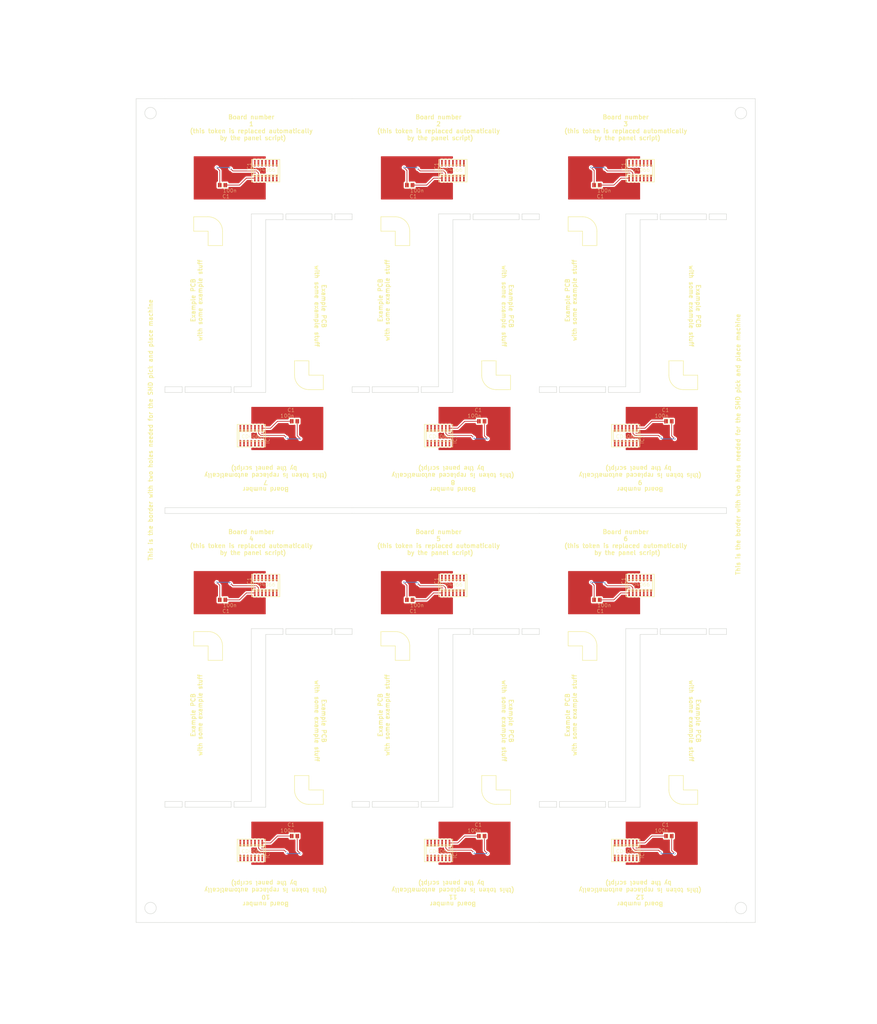
<source format=kicad_pcb>
(kicad_pcb (version 4) (host pcbnew no-vcs-found-product)
  (layers (0 F.Cu signal) (31 B.Cu signal) (34 B.Paste user) (35 F.Paste user) (36 B.SilkS user) (37 F.SilkS user) (38 B.Mask user) (39 F.Mask user) (44 Edge.Cuts user))
  (net 0 "")
  (module ref-packages:-SO14 (layer F.Cu) (at 210 311 180)
    (fp_text reference IC1 (at -5.715 -1.27 270) (layer F.SilkS) (effects (font (size 1.27 1.27) (thickness 0.0889))))
    (fp_text value CD4066 (at -0.3 -0.3 180) (layer F.SilkS) (effects (font (size 1.27 1.27) (thickness 0.0889))))
    (pad 1 smd rect (at -3.81 2.59842 180) (size 0.59944 2.19964) (layers F.Cu F.Paste F.Mask))
    (pad 2 smd rect (at -2.54 2.59842 180) (size 0.59944 2.19964) (layers F.Cu F.Paste F.Mask))
    (pad 3 smd rect (at -1.27 2.59842 180) (size 0.59944 2.19964) (layers F.Cu F.Paste F.Mask))
    (pad 4 smd rect (at 0 2.59842 180) (size 0.59944 2.19964) (layers F.Cu F.Paste F.Mask))
    (pad 5 smd rect (at 1.27 2.59842 180) (size 0.59944 2.19964) (layers F.Cu F.Paste F.Mask))
    (pad 6 smd rect (at 2.54 2.59842 180) (size 0.59944 2.19964) (layers F.Cu F.Paste F.Mask))
    (pad 7 smd rect (at 3.81 2.59842 180) (size 0.59944 2.19964) (layers F.Cu F.Paste F.Mask))
    (pad 8 smd rect (at 3.81 -2.59842 180) (size 0.59944 2.19964) (layers F.Cu F.Paste F.Mask))
    (pad 9 smd rect (at 2.54 -2.59842 180) (size 0.59944 2.19964) (layers F.Cu F.Paste F.Mask))
    (pad 10 smd rect (at 1.27 -2.59842 180) (size 0.59944 2.19964) (layers F.Cu F.Paste F.Mask))
    (pad 11 smd rect (at 0 -2.59842 180) (size 0.59944 2.19964) (layers F.Cu F.Paste F.Mask))
    (pad 12 smd rect (at -1.27 -2.59842 180) (size 0.59944 2.19964) (layers F.Cu F.Paste F.Mask))
    (pad 13 smd rect (at -2.54 -2.59842 180) (size 0.59944 2.19964) (layers F.Cu F.Paste F.Mask))
    (pad 14 smd rect (at -3.81 -2.59842 180) (size 0.59944 2.19964) (layers F.Cu F.Paste F.Mask))
  )
  (module ref-packages:-C0805 (layer F.Cu) (at 225 306 180)
    (fp_text reference C1 (at 1.2 3.9 180) (layer F.SilkS) (effects (font (size 1.27 1.27) (thickness 0.0889))))
    (fp_text value 100n (at 2.54 1.905 180) (layer F.SilkS) (effects (font (size 1.27 1.27) (thickness 0.0889))))
    (pad 1 smd rect (at -0.94996 0 180) (size 1.29794 1.4986) (layers F.Cu F.Paste F.Mask))
    (pad 2 smd rect (at 0.94996 0 180) (size 1.29794 1.4986) (layers F.Cu F.Paste F.Mask))
  )
  (module ref-packages:-SO14 (layer F.Cu) (at 145 311 180)
    (fp_text reference IC1 (at -5.715 -1.27 270) (layer F.SilkS) (effects (font (size 1.27 1.27) (thickness 0.0889))))
    (fp_text value CD4066 (at -0.3 -0.3 180) (layer F.SilkS) (effects (font (size 1.27 1.27) (thickness 0.0889))))
    (pad 1 smd rect (at -3.81 2.59842 180) (size 0.59944 2.19964) (layers F.Cu F.Paste F.Mask))
    (pad 2 smd rect (at -2.54 2.59842 180) (size 0.59944 2.19964) (layers F.Cu F.Paste F.Mask))
    (pad 3 smd rect (at -1.27 2.59842 180) (size 0.59944 2.19964) (layers F.Cu F.Paste F.Mask))
    (pad 4 smd rect (at 0 2.59842 180) (size 0.59944 2.19964) (layers F.Cu F.Paste F.Mask))
    (pad 5 smd rect (at 1.27 2.59842 180) (size 0.59944 2.19964) (layers F.Cu F.Paste F.Mask))
    (pad 6 smd rect (at 2.54 2.59842 180) (size 0.59944 2.19964) (layers F.Cu F.Paste F.Mask))
    (pad 7 smd rect (at 3.81 2.59842 180) (size 0.59944 2.19964) (layers F.Cu F.Paste F.Mask))
    (pad 8 smd rect (at 3.81 -2.59842 180) (size 0.59944 2.19964) (layers F.Cu F.Paste F.Mask))
    (pad 9 smd rect (at 2.54 -2.59842 180) (size 0.59944 2.19964) (layers F.Cu F.Paste F.Mask))
    (pad 10 smd rect (at 1.27 -2.59842 180) (size 0.59944 2.19964) (layers F.Cu F.Paste F.Mask))
    (pad 11 smd rect (at 0 -2.59842 180) (size 0.59944 2.19964) (layers F.Cu F.Paste F.Mask))
    (pad 12 smd rect (at -1.27 -2.59842 180) (size 0.59944 2.19964) (layers F.Cu F.Paste F.Mask))
    (pad 13 smd rect (at -2.54 -2.59842 180) (size 0.59944 2.19964) (layers F.Cu F.Paste F.Mask))
    (pad 14 smd rect (at -3.81 -2.59842 180) (size 0.59944 2.19964) (layers F.Cu F.Paste F.Mask))
  )
  (module ref-packages:-C0805 (layer F.Cu) (at 160 306 180)
    (fp_text reference C1 (at 1.2 3.9 180) (layer F.SilkS) (effects (font (size 1.27 1.27) (thickness 0.0889))))
    (fp_text value 100n (at 2.54 1.905 180) (layer F.SilkS) (effects (font (size 1.27 1.27) (thickness 0.0889))))
    (pad 1 smd rect (at -0.94996 0 180) (size 1.29794 1.4986) (layers F.Cu F.Paste F.Mask))
    (pad 2 smd rect (at 0.94996 0 180) (size 1.29794 1.4986) (layers F.Cu F.Paste F.Mask))
  )
  (module ref-packages:-SO14 (layer F.Cu) (at 80 311 180)
    (fp_text reference IC1 (at -5.715 -1.27 270) (layer F.SilkS) (effects (font (size 1.27 1.27) (thickness 0.0889))))
    (fp_text value CD4066 (at -0.3 -0.3 180) (layer F.SilkS) (effects (font (size 1.27 1.27) (thickness 0.0889))))
    (pad 1 smd rect (at -3.81 2.59842 180) (size 0.59944 2.19964) (layers F.Cu F.Paste F.Mask))
    (pad 2 smd rect (at -2.54 2.59842 180) (size 0.59944 2.19964) (layers F.Cu F.Paste F.Mask))
    (pad 3 smd rect (at -1.27 2.59842 180) (size 0.59944 2.19964) (layers F.Cu F.Paste F.Mask))
    (pad 4 smd rect (at 0 2.59842 180) (size 0.59944 2.19964) (layers F.Cu F.Paste F.Mask))
    (pad 5 smd rect (at 1.27 2.59842 180) (size 0.59944 2.19964) (layers F.Cu F.Paste F.Mask))
    (pad 6 smd rect (at 2.54 2.59842 180) (size 0.59944 2.19964) (layers F.Cu F.Paste F.Mask))
    (pad 7 smd rect (at 3.81 2.59842 180) (size 0.59944 2.19964) (layers F.Cu F.Paste F.Mask))
    (pad 8 smd rect (at 3.81 -2.59842 180) (size 0.59944 2.19964) (layers F.Cu F.Paste F.Mask))
    (pad 9 smd rect (at 2.54 -2.59842 180) (size 0.59944 2.19964) (layers F.Cu F.Paste F.Mask))
    (pad 10 smd rect (at 1.27 -2.59842 180) (size 0.59944 2.19964) (layers F.Cu F.Paste F.Mask))
    (pad 11 smd rect (at 0 -2.59842 180) (size 0.59944 2.19964) (layers F.Cu F.Paste F.Mask))
    (pad 12 smd rect (at -1.27 -2.59842 180) (size 0.59944 2.19964) (layers F.Cu F.Paste F.Mask))
    (pad 13 smd rect (at -2.54 -2.59842 180) (size 0.59944 2.19964) (layers F.Cu F.Paste F.Mask))
    (pad 14 smd rect (at -3.81 -2.59842 180) (size 0.59944 2.19964) (layers F.Cu F.Paste F.Mask))
  )
  (module ref-packages:-C0805 (layer F.Cu) (at 95 306 180)
    (fp_text reference C1 (at 1.2 3.9 180) (layer F.SilkS) (effects (font (size 1.27 1.27) (thickness 0.0889))))
    (fp_text value 100n (at 2.54 1.905 180) (layer F.SilkS) (effects (font (size 1.27 1.27) (thickness 0.0889))))
    (pad 1 smd rect (at -0.94996 0 180) (size 1.29794 1.4986) (layers F.Cu F.Paste F.Mask))
    (pad 2 smd rect (at 0.94996 0 180) (size 1.29794 1.4986) (layers F.Cu F.Paste F.Mask))
  )
  (module ref-packages:-SO14 (layer F.Cu) (at 210 167 180)
    (fp_text reference IC1 (at -5.715 -1.27 270) (layer F.SilkS) (effects (font (size 1.27 1.27) (thickness 0.0889))))
    (fp_text value CD4066 (at -0.3 -0.3 180) (layer F.SilkS) (effects (font (size 1.27 1.27) (thickness 0.0889))))
    (pad 1 smd rect (at -3.81 2.59842 180) (size 0.59944 2.19964) (layers F.Cu F.Paste F.Mask))
    (pad 2 smd rect (at -2.54 2.59842 180) (size 0.59944 2.19964) (layers F.Cu F.Paste F.Mask))
    (pad 3 smd rect (at -1.27 2.59842 180) (size 0.59944 2.19964) (layers F.Cu F.Paste F.Mask))
    (pad 4 smd rect (at 0 2.59842 180) (size 0.59944 2.19964) (layers F.Cu F.Paste F.Mask))
    (pad 5 smd rect (at 1.27 2.59842 180) (size 0.59944 2.19964) (layers F.Cu F.Paste F.Mask))
    (pad 6 smd rect (at 2.54 2.59842 180) (size 0.59944 2.19964) (layers F.Cu F.Paste F.Mask))
    (pad 7 smd rect (at 3.81 2.59842 180) (size 0.59944 2.19964) (layers F.Cu F.Paste F.Mask))
    (pad 8 smd rect (at 3.81 -2.59842 180) (size 0.59944 2.19964) (layers F.Cu F.Paste F.Mask))
    (pad 9 smd rect (at 2.54 -2.59842 180) (size 0.59944 2.19964) (layers F.Cu F.Paste F.Mask))
    (pad 10 smd rect (at 1.27 -2.59842 180) (size 0.59944 2.19964) (layers F.Cu F.Paste F.Mask))
    (pad 11 smd rect (at 0 -2.59842 180) (size 0.59944 2.19964) (layers F.Cu F.Paste F.Mask))
    (pad 12 smd rect (at -1.27 -2.59842 180) (size 0.59944 2.19964) (layers F.Cu F.Paste F.Mask))
    (pad 13 smd rect (at -2.54 -2.59842 180) (size 0.59944 2.19964) (layers F.Cu F.Paste F.Mask))
    (pad 14 smd rect (at -3.81 -2.59842 180) (size 0.59944 2.19964) (layers F.Cu F.Paste F.Mask))
  )
  (module ref-packages:-C0805 (layer F.Cu) (at 225 162 180)
    (fp_text reference C1 (at 1.2 3.9 180) (layer F.SilkS) (effects (font (size 1.27 1.27) (thickness 0.0889))))
    (fp_text value 100n (at 2.54 1.905 180) (layer F.SilkS) (effects (font (size 1.27 1.27) (thickness 0.0889))))
    (pad 1 smd rect (at -0.94996 0 180) (size 1.29794 1.4986) (layers F.Cu F.Paste F.Mask))
    (pad 2 smd rect (at 0.94996 0 180) (size 1.29794 1.4986) (layers F.Cu F.Paste F.Mask))
  )
  (module ref-packages:-SO14 (layer F.Cu) (at 145 167 180)
    (fp_text reference IC1 (at -5.715 -1.27 270) (layer F.SilkS) (effects (font (size 1.27 1.27) (thickness 0.0889))))
    (fp_text value CD4066 (at -0.3 -0.3 180) (layer F.SilkS) (effects (font (size 1.27 1.27) (thickness 0.0889))))
    (pad 1 smd rect (at -3.81 2.59842 180) (size 0.59944 2.19964) (layers F.Cu F.Paste F.Mask))
    (pad 2 smd rect (at -2.54 2.59842 180) (size 0.59944 2.19964) (layers F.Cu F.Paste F.Mask))
    (pad 3 smd rect (at -1.27 2.59842 180) (size 0.59944 2.19964) (layers F.Cu F.Paste F.Mask))
    (pad 4 smd rect (at 0 2.59842 180) (size 0.59944 2.19964) (layers F.Cu F.Paste F.Mask))
    (pad 5 smd rect (at 1.27 2.59842 180) (size 0.59944 2.19964) (layers F.Cu F.Paste F.Mask))
    (pad 6 smd rect (at 2.54 2.59842 180) (size 0.59944 2.19964) (layers F.Cu F.Paste F.Mask))
    (pad 7 smd rect (at 3.81 2.59842 180) (size 0.59944 2.19964) (layers F.Cu F.Paste F.Mask))
    (pad 8 smd rect (at 3.81 -2.59842 180) (size 0.59944 2.19964) (layers F.Cu F.Paste F.Mask))
    (pad 9 smd rect (at 2.54 -2.59842 180) (size 0.59944 2.19964) (layers F.Cu F.Paste F.Mask))
    (pad 10 smd rect (at 1.27 -2.59842 180) (size 0.59944 2.19964) (layers F.Cu F.Paste F.Mask))
    (pad 11 smd rect (at 0 -2.59842 180) (size 0.59944 2.19964) (layers F.Cu F.Paste F.Mask))
    (pad 12 smd rect (at -1.27 -2.59842 180) (size 0.59944 2.19964) (layers F.Cu F.Paste F.Mask))
    (pad 13 smd rect (at -2.54 -2.59842 180) (size 0.59944 2.19964) (layers F.Cu F.Paste F.Mask))
    (pad 14 smd rect (at -3.81 -2.59842 180) (size 0.59944 2.19964) (layers F.Cu F.Paste F.Mask))
  )
  (module ref-packages:-C0805 (layer F.Cu) (at 160 162 180)
    (fp_text reference C1 (at 1.2 3.9 180) (layer F.SilkS) (effects (font (size 1.27 1.27) (thickness 0.0889))))
    (fp_text value 100n (at 2.54 1.905 180) (layer F.SilkS) (effects (font (size 1.27 1.27) (thickness 0.0889))))
    (pad 1 smd rect (at -0.94996 0 180) (size 1.29794 1.4986) (layers F.Cu F.Paste F.Mask))
    (pad 2 smd rect (at 0.94996 0 180) (size 1.29794 1.4986) (layers F.Cu F.Paste F.Mask))
  )
  (module ref-packages:-SO14 (layer F.Cu) (at 80 167 180)
    (fp_text reference IC1 (at -5.715 -1.27 270) (layer F.SilkS) (effects (font (size 1.27 1.27) (thickness 0.0889))))
    (fp_text value CD4066 (at -0.3 -0.3 180) (layer F.SilkS) (effects (font (size 1.27 1.27) (thickness 0.0889))))
    (pad 1 smd rect (at -3.81 2.59842 180) (size 0.59944 2.19964) (layers F.Cu F.Paste F.Mask))
    (pad 2 smd rect (at -2.54 2.59842 180) (size 0.59944 2.19964) (layers F.Cu F.Paste F.Mask))
    (pad 3 smd rect (at -1.27 2.59842 180) (size 0.59944 2.19964) (layers F.Cu F.Paste F.Mask))
    (pad 4 smd rect (at 0 2.59842 180) (size 0.59944 2.19964) (layers F.Cu F.Paste F.Mask))
    (pad 5 smd rect (at 1.27 2.59842 180) (size 0.59944 2.19964) (layers F.Cu F.Paste F.Mask))
    (pad 6 smd rect (at 2.54 2.59842 180) (size 0.59944 2.19964) (layers F.Cu F.Paste F.Mask))
    (pad 7 smd rect (at 3.81 2.59842 180) (size 0.59944 2.19964) (layers F.Cu F.Paste F.Mask))
    (pad 8 smd rect (at 3.81 -2.59842 180) (size 0.59944 2.19964) (layers F.Cu F.Paste F.Mask))
    (pad 9 smd rect (at 2.54 -2.59842 180) (size 0.59944 2.19964) (layers F.Cu F.Paste F.Mask))
    (pad 10 smd rect (at 1.27 -2.59842 180) (size 0.59944 2.19964) (layers F.Cu F.Paste F.Mask))
    (pad 11 smd rect (at 0 -2.59842 180) (size 0.59944 2.19964) (layers F.Cu F.Paste F.Mask))
    (pad 12 smd rect (at -1.27 -2.59842 180) (size 0.59944 2.19964) (layers F.Cu F.Paste F.Mask))
    (pad 13 smd rect (at -2.54 -2.59842 180) (size 0.59944 2.19964) (layers F.Cu F.Paste F.Mask))
    (pad 14 smd rect (at -3.81 -2.59842 180) (size 0.59944 2.19964) (layers F.Cu F.Paste F.Mask))
  )
  (module ref-packages:-C0805 (layer F.Cu) (at 95 162 180)
    (fp_text reference C1 (at 1.2 3.9 180) (layer F.SilkS) (effects (font (size 1.27 1.27) (thickness 0.0889))))
    (fp_text value 100n (at 2.54 1.905 180) (layer F.SilkS) (effects (font (size 1.27 1.27) (thickness 0.0889))))
    (pad 1 smd rect (at -0.94996 0 180) (size 1.29794 1.4986) (layers F.Cu F.Paste F.Mask))
    (pad 2 smd rect (at 0.94996 0 180) (size 1.29794 1.4986) (layers F.Cu F.Paste F.Mask))
  )
  (module ref-packages:-SO14 (layer F.Cu) (at 215 219)
    (fp_text reference IC1 (at -5.715 -1.27 90) (layer F.SilkS) (effects (font (size 1.27 1.27) (thickness 0.0889))))
    (fp_text value CD4066 (at -0.3 -0.3) (layer F.SilkS) (effects (font (size 1.27 1.27) (thickness 0.0889))))
    (pad 1 smd rect (at -3.81 2.59842) (size 0.59944 2.19964) (layers F.Cu F.Paste F.Mask))
    (pad 2 smd rect (at -2.54 2.59842) (size 0.59944 2.19964) (layers F.Cu F.Paste F.Mask))
    (pad 3 smd rect (at -1.27 2.59842) (size 0.59944 2.19964) (layers F.Cu F.Paste F.Mask))
    (pad 4 smd rect (at 0 2.59842) (size 0.59944 2.19964) (layers F.Cu F.Paste F.Mask))
    (pad 5 smd rect (at 1.27 2.59842) (size 0.59944 2.19964) (layers F.Cu F.Paste F.Mask))
    (pad 6 smd rect (at 2.54 2.59842) (size 0.59944 2.19964) (layers F.Cu F.Paste F.Mask))
    (pad 7 smd rect (at 3.81 2.59842) (size 0.59944 2.19964) (layers F.Cu F.Paste F.Mask))
    (pad 8 smd rect (at 3.81 -2.59842) (size 0.59944 2.19964) (layers F.Cu F.Paste F.Mask))
    (pad 9 smd rect (at 2.54 -2.59842) (size 0.59944 2.19964) (layers F.Cu F.Paste F.Mask))
    (pad 10 smd rect (at 1.27 -2.59842) (size 0.59944 2.19964) (layers F.Cu F.Paste F.Mask))
    (pad 11 smd rect (at 0 -2.59842) (size 0.59944 2.19964) (layers F.Cu F.Paste F.Mask))
    (pad 12 smd rect (at -1.27 -2.59842) (size 0.59944 2.19964) (layers F.Cu F.Paste F.Mask))
    (pad 13 smd rect (at -2.54 -2.59842) (size 0.59944 2.19964) (layers F.Cu F.Paste F.Mask))
    (pad 14 smd rect (at -3.81 -2.59842) (size 0.59944 2.19964) (layers F.Cu F.Paste F.Mask))
  )
  (module ref-packages:-C0805 (layer F.Cu) (at 200 224)
    (fp_text reference C1 (at 1.2 3.9) (layer F.SilkS) (effects (font (size 1.27 1.27) (thickness 0.0889))))
    (fp_text value 100n (at 2.54 1.905) (layer F.SilkS) (effects (font (size 1.27 1.27) (thickness 0.0889))))
    (pad 1 smd rect (at -0.94996 0) (size 1.29794 1.4986) (layers F.Cu F.Paste F.Mask))
    (pad 2 smd rect (at 0.94996 0) (size 1.29794 1.4986) (layers F.Cu F.Paste F.Mask))
  )
  (module ref-packages:-SO14 (layer F.Cu) (at 150 219)
    (fp_text reference IC1 (at -5.715 -1.27 90) (layer F.SilkS) (effects (font (size 1.27 1.27) (thickness 0.0889))))
    (fp_text value CD4066 (at -0.3 -0.3) (layer F.SilkS) (effects (font (size 1.27 1.27) (thickness 0.0889))))
    (pad 1 smd rect (at -3.81 2.59842) (size 0.59944 2.19964) (layers F.Cu F.Paste F.Mask))
    (pad 2 smd rect (at -2.54 2.59842) (size 0.59944 2.19964) (layers F.Cu F.Paste F.Mask))
    (pad 3 smd rect (at -1.27 2.59842) (size 0.59944 2.19964) (layers F.Cu F.Paste F.Mask))
    (pad 4 smd rect (at 0 2.59842) (size 0.59944 2.19964) (layers F.Cu F.Paste F.Mask))
    (pad 5 smd rect (at 1.27 2.59842) (size 0.59944 2.19964) (layers F.Cu F.Paste F.Mask))
    (pad 6 smd rect (at 2.54 2.59842) (size 0.59944 2.19964) (layers F.Cu F.Paste F.Mask))
    (pad 7 smd rect (at 3.81 2.59842) (size 0.59944 2.19964) (layers F.Cu F.Paste F.Mask))
    (pad 8 smd rect (at 3.81 -2.59842) (size 0.59944 2.19964) (layers F.Cu F.Paste F.Mask))
    (pad 9 smd rect (at 2.54 -2.59842) (size 0.59944 2.19964) (layers F.Cu F.Paste F.Mask))
    (pad 10 smd rect (at 1.27 -2.59842) (size 0.59944 2.19964) (layers F.Cu F.Paste F.Mask))
    (pad 11 smd rect (at 0 -2.59842) (size 0.59944 2.19964) (layers F.Cu F.Paste F.Mask))
    (pad 12 smd rect (at -1.27 -2.59842) (size 0.59944 2.19964) (layers F.Cu F.Paste F.Mask))
    (pad 13 smd rect (at -2.54 -2.59842) (size 0.59944 2.19964) (layers F.Cu F.Paste F.Mask))
    (pad 14 smd rect (at -3.81 -2.59842) (size 0.59944 2.19964) (layers F.Cu F.Paste F.Mask))
  )
  (module ref-packages:-C0805 (layer F.Cu) (at 135 224)
    (fp_text reference C1 (at 1.2 3.9) (layer F.SilkS) (effects (font (size 1.27 1.27) (thickness 0.0889))))
    (fp_text value 100n (at 2.54 1.905) (layer F.SilkS) (effects (font (size 1.27 1.27) (thickness 0.0889))))
    (pad 1 smd rect (at -0.94996 0) (size 1.29794 1.4986) (layers F.Cu F.Paste F.Mask))
    (pad 2 smd rect (at 0.94996 0) (size 1.29794 1.4986) (layers F.Cu F.Paste F.Mask))
  )
  (module ref-packages:-SO14 (layer F.Cu) (at 85 219)
    (fp_text reference IC1 (at -5.715 -1.27 90) (layer F.SilkS) (effects (font (size 1.27 1.27) (thickness 0.0889))))
    (fp_text value CD4066 (at -0.3 -0.3) (layer F.SilkS) (effects (font (size 1.27 1.27) (thickness 0.0889))))
    (pad 1 smd rect (at -3.81 2.59842) (size 0.59944 2.19964) (layers F.Cu F.Paste F.Mask))
    (pad 2 smd rect (at -2.54 2.59842) (size 0.59944 2.19964) (layers F.Cu F.Paste F.Mask))
    (pad 3 smd rect (at -1.27 2.59842) (size 0.59944 2.19964) (layers F.Cu F.Paste F.Mask))
    (pad 4 smd rect (at 0 2.59842) (size 0.59944 2.19964) (layers F.Cu F.Paste F.Mask))
    (pad 5 smd rect (at 1.27 2.59842) (size 0.59944 2.19964) (layers F.Cu F.Paste F.Mask))
    (pad 6 smd rect (at 2.54 2.59842) (size 0.59944 2.19964) (layers F.Cu F.Paste F.Mask))
    (pad 7 smd rect (at 3.81 2.59842) (size 0.59944 2.19964) (layers F.Cu F.Paste F.Mask))
    (pad 8 smd rect (at 3.81 -2.59842) (size 0.59944 2.19964) (layers F.Cu F.Paste F.Mask))
    (pad 9 smd rect (at 2.54 -2.59842) (size 0.59944 2.19964) (layers F.Cu F.Paste F.Mask))
    (pad 10 smd rect (at 1.27 -2.59842) (size 0.59944 2.19964) (layers F.Cu F.Paste F.Mask))
    (pad 11 smd rect (at 0 -2.59842) (size 0.59944 2.19964) (layers F.Cu F.Paste F.Mask))
    (pad 12 smd rect (at -1.27 -2.59842) (size 0.59944 2.19964) (layers F.Cu F.Paste F.Mask))
    (pad 13 smd rect (at -2.54 -2.59842) (size 0.59944 2.19964) (layers F.Cu F.Paste F.Mask))
    (pad 14 smd rect (at -3.81 -2.59842) (size 0.59944 2.19964) (layers F.Cu F.Paste F.Mask))
  )
  (module ref-packages:-C0805 (layer F.Cu) (at 70 224)
    (fp_text reference C1 (at 1.2 3.9) (layer F.SilkS) (effects (font (size 1.27 1.27) (thickness 0.0889))))
    (fp_text value 100n (at 2.54 1.905) (layer F.SilkS) (effects (font (size 1.27 1.27) (thickness 0.0889))))
    (pad 1 smd rect (at -0.94996 0) (size 1.29794 1.4986) (layers F.Cu F.Paste F.Mask))
    (pad 2 smd rect (at 0.94996 0) (size 1.29794 1.4986) (layers F.Cu F.Paste F.Mask))
  )
  (module ref-packages:-SO14 (layer F.Cu) (at 215 75)
    (fp_text reference IC1 (at -5.715 -1.27 90) (layer F.SilkS) (effects (font (size 1.27 1.27) (thickness 0.0889))))
    (fp_text value CD4066 (at -0.3 -0.3) (layer F.SilkS) (effects (font (size 1.27 1.27) (thickness 0.0889))))
    (pad 1 smd rect (at -3.81 2.59842) (size 0.59944 2.19964) (layers F.Cu F.Paste F.Mask))
    (pad 2 smd rect (at -2.54 2.59842) (size 0.59944 2.19964) (layers F.Cu F.Paste F.Mask))
    (pad 3 smd rect (at -1.27 2.59842) (size 0.59944 2.19964) (layers F.Cu F.Paste F.Mask))
    (pad 4 smd rect (at 0 2.59842) (size 0.59944 2.19964) (layers F.Cu F.Paste F.Mask))
    (pad 5 smd rect (at 1.27 2.59842) (size 0.59944 2.19964) (layers F.Cu F.Paste F.Mask))
    (pad 6 smd rect (at 2.54 2.59842) (size 0.59944 2.19964) (layers F.Cu F.Paste F.Mask))
    (pad 7 smd rect (at 3.81 2.59842) (size 0.59944 2.19964) (layers F.Cu F.Paste F.Mask))
    (pad 8 smd rect (at 3.81 -2.59842) (size 0.59944 2.19964) (layers F.Cu F.Paste F.Mask))
    (pad 9 smd rect (at 2.54 -2.59842) (size 0.59944 2.19964) (layers F.Cu F.Paste F.Mask))
    (pad 10 smd rect (at 1.27 -2.59842) (size 0.59944 2.19964) (layers F.Cu F.Paste F.Mask))
    (pad 11 smd rect (at 0 -2.59842) (size 0.59944 2.19964) (layers F.Cu F.Paste F.Mask))
    (pad 12 smd rect (at -1.27 -2.59842) (size 0.59944 2.19964) (layers F.Cu F.Paste F.Mask))
    (pad 13 smd rect (at -2.54 -2.59842) (size 0.59944 2.19964) (layers F.Cu F.Paste F.Mask))
    (pad 14 smd rect (at -3.81 -2.59842) (size 0.59944 2.19964) (layers F.Cu F.Paste F.Mask))
  )
  (module ref-packages:-C0805 (layer F.Cu) (at 200 80)
    (fp_text reference C1 (at 1.2 3.9) (layer F.SilkS) (effects (font (size 1.27 1.27) (thickness 0.0889))))
    (fp_text value 100n (at 2.54 1.905) (layer F.SilkS) (effects (font (size 1.27 1.27) (thickness 0.0889))))
    (pad 1 smd rect (at -0.94996 0) (size 1.29794 1.4986) (layers F.Cu F.Paste F.Mask))
    (pad 2 smd rect (at 0.94996 0) (size 1.29794 1.4986) (layers F.Cu F.Paste F.Mask))
  )
  (module ref-packages:-SO14 (layer F.Cu) (at 150 75)
    (fp_text reference IC1 (at -5.715 -1.27 90) (layer F.SilkS) (effects (font (size 1.27 1.27) (thickness 0.0889))))
    (fp_text value CD4066 (at -0.3 -0.3) (layer F.SilkS) (effects (font (size 1.27 1.27) (thickness 0.0889))))
    (pad 1 smd rect (at -3.81 2.59842) (size 0.59944 2.19964) (layers F.Cu F.Paste F.Mask))
    (pad 2 smd rect (at -2.54 2.59842) (size 0.59944 2.19964) (layers F.Cu F.Paste F.Mask))
    (pad 3 smd rect (at -1.27 2.59842) (size 0.59944 2.19964) (layers F.Cu F.Paste F.Mask))
    (pad 4 smd rect (at 0 2.59842) (size 0.59944 2.19964) (layers F.Cu F.Paste F.Mask))
    (pad 5 smd rect (at 1.27 2.59842) (size 0.59944 2.19964) (layers F.Cu F.Paste F.Mask))
    (pad 6 smd rect (at 2.54 2.59842) (size 0.59944 2.19964) (layers F.Cu F.Paste F.Mask))
    (pad 7 smd rect (at 3.81 2.59842) (size 0.59944 2.19964) (layers F.Cu F.Paste F.Mask))
    (pad 8 smd rect (at 3.81 -2.59842) (size 0.59944 2.19964) (layers F.Cu F.Paste F.Mask))
    (pad 9 smd rect (at 2.54 -2.59842) (size 0.59944 2.19964) (layers F.Cu F.Paste F.Mask))
    (pad 10 smd rect (at 1.27 -2.59842) (size 0.59944 2.19964) (layers F.Cu F.Paste F.Mask))
    (pad 11 smd rect (at 0 -2.59842) (size 0.59944 2.19964) (layers F.Cu F.Paste F.Mask))
    (pad 12 smd rect (at -1.27 -2.59842) (size 0.59944 2.19964) (layers F.Cu F.Paste F.Mask))
    (pad 13 smd rect (at -2.54 -2.59842) (size 0.59944 2.19964) (layers F.Cu F.Paste F.Mask))
    (pad 14 smd rect (at -3.81 -2.59842) (size 0.59944 2.19964) (layers F.Cu F.Paste F.Mask))
  )
  (module ref-packages:-C0805 (layer F.Cu) (at 135 80)
    (fp_text reference C1 (at 1.2 3.9) (layer F.SilkS) (effects (font (size 1.27 1.27) (thickness 0.0889))))
    (fp_text value 100n (at 2.54 1.905) (layer F.SilkS) (effects (font (size 1.27 1.27) (thickness 0.0889))))
    (pad 1 smd rect (at -0.94996 0) (size 1.29794 1.4986) (layers F.Cu F.Paste F.Mask))
    (pad 2 smd rect (at 0.94996 0) (size 1.29794 1.4986) (layers F.Cu F.Paste F.Mask))
  )
  (module ref-packages:-SO14 (layer F.Cu) (at 85 75)
    (fp_text reference IC1 (at -5.715 -1.27 90) (layer F.SilkS) (effects (font (size 1.27 1.27) (thickness 0.0889))))
    (fp_text value CD4066 (at -0.3 -0.3) (layer F.SilkS) (effects (font (size 1.27 1.27) (thickness 0.0889))))
    (pad 1 smd rect (at -3.81 2.59842) (size 0.59944 2.19964) (layers F.Cu F.Paste F.Mask))
    (pad 2 smd rect (at -2.54 2.59842) (size 0.59944 2.19964) (layers F.Cu F.Paste F.Mask))
    (pad 3 smd rect (at -1.27 2.59842) (size 0.59944 2.19964) (layers F.Cu F.Paste F.Mask))
    (pad 4 smd rect (at 0 2.59842) (size 0.59944 2.19964) (layers F.Cu F.Paste F.Mask))
    (pad 5 smd rect (at 1.27 2.59842) (size 0.59944 2.19964) (layers F.Cu F.Paste F.Mask))
    (pad 6 smd rect (at 2.54 2.59842) (size 0.59944 2.19964) (layers F.Cu F.Paste F.Mask))
    (pad 7 smd rect (at 3.81 2.59842) (size 0.59944 2.19964) (layers F.Cu F.Paste F.Mask))
    (pad 8 smd rect (at 3.81 -2.59842) (size 0.59944 2.19964) (layers F.Cu F.Paste F.Mask))
    (pad 9 smd rect (at 2.54 -2.59842) (size 0.59944 2.19964) (layers F.Cu F.Paste F.Mask))
    (pad 10 smd rect (at 1.27 -2.59842) (size 0.59944 2.19964) (layers F.Cu F.Paste F.Mask))
    (pad 11 smd rect (at 0 -2.59842) (size 0.59944 2.19964) (layers F.Cu F.Paste F.Mask))
    (pad 12 smd rect (at -1.27 -2.59842) (size 0.59944 2.19964) (layers F.Cu F.Paste F.Mask))
    (pad 13 smd rect (at -2.54 -2.59842) (size 0.59944 2.19964) (layers F.Cu F.Paste F.Mask))
    (pad 14 smd rect (at -3.81 -2.59842) (size 0.59944 2.19964) (layers F.Cu F.Paste F.Mask))
  )
  (module ref-packages:-C0805 (layer F.Cu) (at 70 80)
    (fp_text reference C1 (at 1.2 3.9) (layer F.SilkS) (effects (font (size 1.27 1.27) (thickness 0.0889))))
    (fp_text value 100n (at 2.54 1.905) (layer F.SilkS) (effects (font (size 1.27 1.27) (thickness 0.0889))))
    (pad 1 smd rect (at -0.94996 0) (size 1.29794 1.4986) (layers F.Cu F.Paste F.Mask))
    (pad 2 smd rect (at 0.94996 0) (size 1.29794 1.4986) (layers F.Cu F.Paste F.Mask))
  )
  (gr_line (start 50 50) (end 40 50) (angle 90) (layer Edge.Cuts) (width 0.15))
  (gr_line (start 40 50) (end 40 336) (angle 90) (layer Edge.Cuts) (width 0.15))
  (gr_line (start 40 336) (end 50 336) (angle 90) (layer Edge.Cuts) (width 0.15))
  (gr_line (start 245 336) (end 255 336) (angle 90) (layer Edge.Cuts) (width 0.15))
  (gr_line (start 255 336) (end 255 50) (angle 90) (layer Edge.Cuts) (width 0.15))
  (gr_line (start 255 50) (end 245 50) (angle 90) (layer Edge.Cuts) (width 0.15))
  (gr_circle (center 45 55) (end 45 53) (layer Edge.Cuts) (width 0.15))
  (gr_circle (center 45 331) (end 45 329) (layer Edge.Cuts) (width 0.15))
  (gr_circle (center 250 331) (end 250 329) (layer Edge.Cuts) (width 0.15))
  (gr_circle (center 250 55) (end 250 53) (layer Edge.Cuts) (width 0.15))
  (gr_text "This is the border with two holes needed for the SMD pick and place machine" (at 45 165 90) (layer F.SilkS) (effects (font (size 1.5 1.5) (thickness 0.3))))
  (gr_text "This is the border with two holes needed for the SMD pick and place machine" (at 249 170 90) (layer F.SilkS) (effects (font (size 1.5 1.5) (thickness 0.3))))
  (gr_line (start 50 192) (end 50 194) (angle 90) (layer Edge.Cuts) (width 0.15))
  (gr_line (start 245 192) (end 245 194) (angle 90) (layer Edge.Cuts) (width 0.15))
  (gr_line (start 245 336) (end 180 336) (angle 90) (layer Edge.Cuts) (width 0.15))
  (gr_line (start 215 296) (end 215 236) (angle 90) (layer Edge.Cuts) (width 0.15))
  (gr_line (start 239 236) (end 239 235) (angle 90) (layer Edge.Cuts) (width 0.15))
  (gr_line (start 238 235) (end 238 236) (angle 90) (layer Edge.Cuts) (width 0.15))
  (gr_line (start 221 236) (end 221 235) (angle 90) (layer Edge.Cuts) (width 0.15))
  (gr_line (start 222 235) (end 222 236) (angle 90) (layer Edge.Cuts) (width 0.15))
  (gr_line (start 221 236) (end 215 236) (angle 90) (layer Edge.Cuts) (width 0.15))
  (gr_line (start 222 236) (end 238 236) (angle 90) (layer Edge.Cuts) (width 0.15))
  (gr_line (start 239 236) (end 245 236) (angle 90) (layer Edge.Cuts) (width 0.15))
  (gr_line (start 204 296) (end 204 295) (angle 90) (layer Edge.Cuts) (width 0.15))
  (gr_line (start 203 295) (end 203 296) (angle 90) (layer Edge.Cuts) (width 0.15))
  (gr_line (start 187 296) (end 187 295) (angle 90) (layer Edge.Cuts) (width 0.15))
  (gr_line (start 186 295) (end 186 296) (angle 90) (layer Edge.Cuts) (width 0.15))
  (gr_line (start 180 296) (end 186 296) (angle 90) (layer Edge.Cuts) (width 0.15))
  (gr_line (start 187 296) (end 203 296) (angle 90) (layer Edge.Cuts) (width 0.15))
  (gr_line (start 204 296) (end 215 296) (angle 90) (layer Edge.Cuts) (width 0.15))
  (gr_text "Example PCB\nwith some example stuff" (at 234 266 270) (layer F.SilkS) (effects (font (size 1.5 1.5) (thickness 0.3))))
  (gr_line (start 245 236) (end 245 235) (angle 90) (layer Edge.Cuts) (width 0.15))
  (gr_line (start 180 296) (end 180 295) (angle 90) (layer Edge.Cuts) (width 0.15))
  (gr_arc (start 230 290) (end 230 295) (angle 90) (layer F.SilkS) (width 0.2))
  (gr_line (start 230 290) (end 230 285) (angle 90) (layer F.SilkS) (width 0.2))
  (gr_line (start 230 290) (end 235 290) (angle 90) (layer F.SilkS) (width 0.2))
  (gr_line (start 235 290) (end 235 295) (angle 90) (layer F.SilkS) (width 0.2))
  (gr_line (start 235 295) (end 230 295) (angle 90) (layer F.SilkS) (width 0.2))
  (gr_line (start 225 290) (end 225 285) (angle 90) (layer F.SilkS) (width 0.2))
  (gr_line (start 225 285) (end 230 285) (angle 90) (layer F.SilkS) (width 0.2))
  (gr_text "Board number\n12\n(this token is replaced automatically\n by the panel script)" (at 215 326 180) (layer F.SilkS) (effects (font (size 1.5 1.5) (thickness 0.3))))
  (gr_line (start 180 336) (end 115 336) (angle 90) (layer Edge.Cuts) (width 0.15))
  (gr_line (start 150 296) (end 150 236) (angle 90) (layer Edge.Cuts) (width 0.15))
  (gr_line (start 174 236) (end 174 235) (angle 90) (layer Edge.Cuts) (width 0.15))
  (gr_line (start 173 235) (end 173 236) (angle 90) (layer Edge.Cuts) (width 0.15))
  (gr_line (start 156 236) (end 156 235) (angle 90) (layer Edge.Cuts) (width 0.15))
  (gr_line (start 157 235) (end 157 236) (angle 90) (layer Edge.Cuts) (width 0.15))
  (gr_line (start 156 236) (end 150 236) (angle 90) (layer Edge.Cuts) (width 0.15))
  (gr_line (start 157 236) (end 173 236) (angle 90) (layer Edge.Cuts) (width 0.15))
  (gr_line (start 174 236) (end 180 236) (angle 90) (layer Edge.Cuts) (width 0.15))
  (gr_line (start 139 296) (end 139 295) (angle 90) (layer Edge.Cuts) (width 0.15))
  (gr_line (start 138 295) (end 138 296) (angle 90) (layer Edge.Cuts) (width 0.15))
  (gr_line (start 122 296) (end 122 295) (angle 90) (layer Edge.Cuts) (width 0.15))
  (gr_line (start 121 295) (end 121 296) (angle 90) (layer Edge.Cuts) (width 0.15))
  (gr_line (start 115 296) (end 121 296) (angle 90) (layer Edge.Cuts) (width 0.15))
  (gr_line (start 122 296) (end 138 296) (angle 90) (layer Edge.Cuts) (width 0.15))
  (gr_line (start 139 296) (end 150 296) (angle 90) (layer Edge.Cuts) (width 0.15))
  (gr_text "Example PCB\nwith some example stuff" (at 169 266 270) (layer F.SilkS) (effects (font (size 1.5 1.5) (thickness 0.3))))
  (gr_line (start 180 236) (end 180 235) (angle 90) (layer Edge.Cuts) (width 0.15))
  (gr_line (start 115 296) (end 115 295) (angle 90) (layer Edge.Cuts) (width 0.15))
  (gr_arc (start 165 290) (end 165 295) (angle 90) (layer F.SilkS) (width 0.2))
  (gr_line (start 165 290) (end 165 285) (angle 90) (layer F.SilkS) (width 0.2))
  (gr_line (start 165 290) (end 170 290) (angle 90) (layer F.SilkS) (width 0.2))
  (gr_line (start 170 290) (end 170 295) (angle 90) (layer F.SilkS) (width 0.2))
  (gr_line (start 170 295) (end 165 295) (angle 90) (layer F.SilkS) (width 0.2))
  (gr_line (start 160 290) (end 160 285) (angle 90) (layer F.SilkS) (width 0.2))
  (gr_line (start 160 285) (end 165 285) (angle 90) (layer F.SilkS) (width 0.2))
  (gr_text "Board number\n11\n(this token is replaced automatically\n by the panel script)" (at 150 326 180) (layer F.SilkS) (effects (font (size 1.5 1.5) (thickness 0.3))))
  (gr_line (start 115 336) (end 50 336) (angle 90) (layer Edge.Cuts) (width 0.15))
  (gr_line (start 85 296) (end 85 236) (angle 90) (layer Edge.Cuts) (width 0.15))
  (gr_line (start 109 236) (end 109 235) (angle 90) (layer Edge.Cuts) (width 0.15))
  (gr_line (start 108 235) (end 108 236) (angle 90) (layer Edge.Cuts) (width 0.15))
  (gr_line (start 91 236) (end 91 235) (angle 90) (layer Edge.Cuts) (width 0.15))
  (gr_line (start 92 235) (end 92 236) (angle 90) (layer Edge.Cuts) (width 0.15))
  (gr_line (start 91 236) (end 85 236) (angle 90) (layer Edge.Cuts) (width 0.15))
  (gr_line (start 92 236) (end 108 236) (angle 90) (layer Edge.Cuts) (width 0.15))
  (gr_line (start 109 236) (end 115 236) (angle 90) (layer Edge.Cuts) (width 0.15))
  (gr_line (start 74 296) (end 74 295) (angle 90) (layer Edge.Cuts) (width 0.15))
  (gr_line (start 73 295) (end 73 296) (angle 90) (layer Edge.Cuts) (width 0.15))
  (gr_line (start 57 296) (end 57 295) (angle 90) (layer Edge.Cuts) (width 0.15))
  (gr_line (start 56 295) (end 56 296) (angle 90) (layer Edge.Cuts) (width 0.15))
  (gr_line (start 50 296) (end 56 296) (angle 90) (layer Edge.Cuts) (width 0.15))
  (gr_line (start 57 296) (end 73 296) (angle 90) (layer Edge.Cuts) (width 0.15))
  (gr_line (start 74 296) (end 85 296) (angle 90) (layer Edge.Cuts) (width 0.15))
  (gr_text "Example PCB\nwith some example stuff" (at 104 266 270) (layer F.SilkS) (effects (font (size 1.5 1.5) (thickness 0.3))))
  (gr_line (start 115 236) (end 115 235) (angle 90) (layer Edge.Cuts) (width 0.15))
  (gr_line (start 50 296) (end 50 295) (angle 90) (layer Edge.Cuts) (width 0.15))
  (gr_arc (start 100 290) (end 100 295) (angle 90) (layer F.SilkS) (width 0.2))
  (gr_line (start 100 290) (end 100 285) (angle 90) (layer F.SilkS) (width 0.2))
  (gr_line (start 100 290) (end 105 290) (angle 90) (layer F.SilkS) (width 0.2))
  (gr_line (start 105 290) (end 105 295) (angle 90) (layer F.SilkS) (width 0.2))
  (gr_line (start 105 295) (end 100 295) (angle 90) (layer F.SilkS) (width 0.2))
  (gr_line (start 95 290) (end 95 285) (angle 90) (layer F.SilkS) (width 0.2))
  (gr_line (start 95 285) (end 100 285) (angle 90) (layer F.SilkS) (width 0.2))
  (gr_text "Board number\n10\n(this token is replaced automatically\n by the panel script)" (at 85 326 180) (layer F.SilkS) (effects (font (size 1.5 1.5) (thickness 0.3))))
  (gr_line (start 245 192) (end 180 192) (angle 90) (layer Edge.Cuts) (width 0.15))
  (gr_line (start 215 152) (end 215 92) (angle 90) (layer Edge.Cuts) (width 0.15))
  (gr_line (start 239 92) (end 239 91) (angle 90) (layer Edge.Cuts) (width 0.15))
  (gr_line (start 238 91) (end 238 92) (angle 90) (layer Edge.Cuts) (width 0.15))
  (gr_line (start 221 92) (end 221 91) (angle 90) (layer Edge.Cuts) (width 0.15))
  (gr_line (start 222 91) (end 222 92) (angle 90) (layer Edge.Cuts) (width 0.15))
  (gr_line (start 221 92) (end 215 92) (angle 90) (layer Edge.Cuts) (width 0.15))
  (gr_line (start 222 92) (end 238 92) (angle 90) (layer Edge.Cuts) (width 0.15))
  (gr_line (start 239 92) (end 245 92) (angle 90) (layer Edge.Cuts) (width 0.15))
  (gr_line (start 204 152) (end 204 151) (angle 90) (layer Edge.Cuts) (width 0.15))
  (gr_line (start 203 151) (end 203 152) (angle 90) (layer Edge.Cuts) (width 0.15))
  (gr_line (start 187 152) (end 187 151) (angle 90) (layer Edge.Cuts) (width 0.15))
  (gr_line (start 186 151) (end 186 152) (angle 90) (layer Edge.Cuts) (width 0.15))
  (gr_line (start 180 152) (end 186 152) (angle 90) (layer Edge.Cuts) (width 0.15))
  (gr_line (start 187 152) (end 203 152) (angle 90) (layer Edge.Cuts) (width 0.15))
  (gr_line (start 204 152) (end 215 152) (angle 90) (layer Edge.Cuts) (width 0.15))
  (gr_text "Example PCB\nwith some example stuff" (at 234 122 270) (layer F.SilkS) (effects (font (size 1.5 1.5) (thickness 0.3))))
  (gr_line (start 245 92) (end 245 91) (angle 90) (layer Edge.Cuts) (width 0.15))
  (gr_line (start 180 152) (end 180 151) (angle 90) (layer Edge.Cuts) (width 0.15))
  (gr_arc (start 230 146) (end 230 151) (angle 90) (layer F.SilkS) (width 0.2))
  (gr_line (start 230 146) (end 230 141) (angle 90) (layer F.SilkS) (width 0.2))
  (gr_line (start 230 146) (end 235 146) (angle 90) (layer F.SilkS) (width 0.2))
  (gr_line (start 235 146) (end 235 151) (angle 90) (layer F.SilkS) (width 0.2))
  (gr_line (start 235 151) (end 230 151) (angle 90) (layer F.SilkS) (width 0.2))
  (gr_line (start 225 146) (end 225 141) (angle 90) (layer F.SilkS) (width 0.2))
  (gr_line (start 225 141) (end 230 141) (angle 90) (layer F.SilkS) (width 0.2))
  (gr_text "Board number\n9\n(this token is replaced automatically\n by the panel script)" (at 215 182 180) (layer F.SilkS) (effects (font (size 1.5 1.5) (thickness 0.3))))
  (gr_line (start 180 192) (end 115 192) (angle 90) (layer Edge.Cuts) (width 0.15))
  (gr_line (start 150 152) (end 150 92) (angle 90) (layer Edge.Cuts) (width 0.15))
  (gr_line (start 174 92) (end 174 91) (angle 90) (layer Edge.Cuts) (width 0.15))
  (gr_line (start 173 91) (end 173 92) (angle 90) (layer Edge.Cuts) (width 0.15))
  (gr_line (start 156 92) (end 156 91) (angle 90) (layer Edge.Cuts) (width 0.15))
  (gr_line (start 157 91) (end 157 92) (angle 90) (layer Edge.Cuts) (width 0.15))
  (gr_line (start 156 92) (end 150 92) (angle 90) (layer Edge.Cuts) (width 0.15))
  (gr_line (start 157 92) (end 173 92) (angle 90) (layer Edge.Cuts) (width 0.15))
  (gr_line (start 174 92) (end 180 92) (angle 90) (layer Edge.Cuts) (width 0.15))
  (gr_line (start 139 152) (end 139 151) (angle 90) (layer Edge.Cuts) (width 0.15))
  (gr_line (start 138 151) (end 138 152) (angle 90) (layer Edge.Cuts) (width 0.15))
  (gr_line (start 122 152) (end 122 151) (angle 90) (layer Edge.Cuts) (width 0.15))
  (gr_line (start 121 151) (end 121 152) (angle 90) (layer Edge.Cuts) (width 0.15))
  (gr_line (start 115 152) (end 121 152) (angle 90) (layer Edge.Cuts) (width 0.15))
  (gr_line (start 122 152) (end 138 152) (angle 90) (layer Edge.Cuts) (width 0.15))
  (gr_line (start 139 152) (end 150 152) (angle 90) (layer Edge.Cuts) (width 0.15))
  (gr_text "Example PCB\nwith some example stuff" (at 169 122 270) (layer F.SilkS) (effects (font (size 1.5 1.5) (thickness 0.3))))
  (gr_line (start 180 92) (end 180 91) (angle 90) (layer Edge.Cuts) (width 0.15))
  (gr_line (start 115 152) (end 115 151) (angle 90) (layer Edge.Cuts) (width 0.15))
  (gr_arc (start 165 146) (end 165 151) (angle 90) (layer F.SilkS) (width 0.2))
  (gr_line (start 165 146) (end 165 141) (angle 90) (layer F.SilkS) (width 0.2))
  (gr_line (start 165 146) (end 170 146) (angle 90) (layer F.SilkS) (width 0.2))
  (gr_line (start 170 146) (end 170 151) (angle 90) (layer F.SilkS) (width 0.2))
  (gr_line (start 170 151) (end 165 151) (angle 90) (layer F.SilkS) (width 0.2))
  (gr_line (start 160 146) (end 160 141) (angle 90) (layer F.SilkS) (width 0.2))
  (gr_line (start 160 141) (end 165 141) (angle 90) (layer F.SilkS) (width 0.2))
  (gr_text "Board number\n8\n(this token is replaced automatically\n by the panel script)" (at 150 182 180) (layer F.SilkS) (effects (font (size 1.5 1.5) (thickness 0.3))))
  (gr_line (start 115 192) (end 50 192) (angle 90) (layer Edge.Cuts) (width 0.15))
  (gr_line (start 85 152) (end 85 92) (angle 90) (layer Edge.Cuts) (width 0.15))
  (gr_line (start 109 92) (end 109 91) (angle 90) (layer Edge.Cuts) (width 0.15))
  (gr_line (start 108 91) (end 108 92) (angle 90) (layer Edge.Cuts) (width 0.15))
  (gr_line (start 91 92) (end 91 91) (angle 90) (layer Edge.Cuts) (width 0.15))
  (gr_line (start 92 91) (end 92 92) (angle 90) (layer Edge.Cuts) (width 0.15))
  (gr_line (start 91 92) (end 85 92) (angle 90) (layer Edge.Cuts) (width 0.15))
  (gr_line (start 92 92) (end 108 92) (angle 90) (layer Edge.Cuts) (width 0.15))
  (gr_line (start 109 92) (end 115 92) (angle 90) (layer Edge.Cuts) (width 0.15))
  (gr_line (start 74 152) (end 74 151) (angle 90) (layer Edge.Cuts) (width 0.15))
  (gr_line (start 73 151) (end 73 152) (angle 90) (layer Edge.Cuts) (width 0.15))
  (gr_line (start 57 152) (end 57 151) (angle 90) (layer Edge.Cuts) (width 0.15))
  (gr_line (start 56 151) (end 56 152) (angle 90) (layer Edge.Cuts) (width 0.15))
  (gr_line (start 50 152) (end 56 152) (angle 90) (layer Edge.Cuts) (width 0.15))
  (gr_line (start 57 152) (end 73 152) (angle 90) (layer Edge.Cuts) (width 0.15))
  (gr_line (start 74 152) (end 85 152) (angle 90) (layer Edge.Cuts) (width 0.15))
  (gr_text "Example PCB\nwith some example stuff" (at 104 122 270) (layer F.SilkS) (effects (font (size 1.5 1.5) (thickness 0.3))))
  (gr_line (start 115 92) (end 115 91) (angle 90) (layer Edge.Cuts) (width 0.15))
  (gr_line (start 50 152) (end 50 151) (angle 90) (layer Edge.Cuts) (width 0.15))
  (gr_arc (start 100 146) (end 100 151) (angle 90) (layer F.SilkS) (width 0.2))
  (gr_line (start 100 146) (end 100 141) (angle 90) (layer F.SilkS) (width 0.2))
  (gr_line (start 100 146) (end 105 146) (angle 90) (layer F.SilkS) (width 0.2))
  (gr_line (start 105 146) (end 105 151) (angle 90) (layer F.SilkS) (width 0.2))
  (gr_line (start 105 151) (end 100 151) (angle 90) (layer F.SilkS) (width 0.2))
  (gr_line (start 95 146) (end 95 141) (angle 90) (layer F.SilkS) (width 0.2))
  (gr_line (start 95 141) (end 100 141) (angle 90) (layer F.SilkS) (width 0.2))
  (gr_text "Board number\n7\n(this token is replaced automatically\n by the panel script)" (at 85 182 180) (layer F.SilkS) (effects (font (size 1.5 1.5) (thickness 0.3))))
  (gr_line (start 180 194) (end 245 194) (angle 90) (layer Edge.Cuts) (width 0.15))
  (gr_line (start 210 234) (end 210 294) (angle 90) (layer Edge.Cuts) (width 0.15))
  (gr_line (start 186 294) (end 186 295) (angle 90) (layer Edge.Cuts) (width 0.15))
  (gr_line (start 187 295) (end 187 294) (angle 90) (layer Edge.Cuts) (width 0.15))
  (gr_line (start 204 294) (end 204 295) (angle 90) (layer Edge.Cuts) (width 0.15))
  (gr_line (start 203 295) (end 203 294) (angle 90) (layer Edge.Cuts) (width 0.15))
  (gr_line (start 204 294) (end 210 294) (angle 90) (layer Edge.Cuts) (width 0.15))
  (gr_line (start 203 294) (end 187 294) (angle 90) (layer Edge.Cuts) (width 0.15))
  (gr_line (start 186 294) (end 180 294) (angle 90) (layer Edge.Cuts) (width 0.15))
  (gr_line (start 221 234) (end 221 235) (angle 90) (layer Edge.Cuts) (width 0.15))
  (gr_line (start 222 235) (end 222 234) (angle 90) (layer Edge.Cuts) (width 0.15))
  (gr_line (start 238 234) (end 238 235) (angle 90) (layer Edge.Cuts) (width 0.15))
  (gr_line (start 239 235) (end 239 234) (angle 90) (layer Edge.Cuts) (width 0.15))
  (gr_line (start 245 234) (end 239 234) (angle 90) (layer Edge.Cuts) (width 0.15))
  (gr_line (start 238 234) (end 222 234) (angle 90) (layer Edge.Cuts) (width 0.15))
  (gr_line (start 221 234) (end 210 234) (angle 90) (layer Edge.Cuts) (width 0.15))
  (gr_text "Example PCB\nwith some example stuff" (at 191 264 90) (layer F.SilkS) (effects (font (size 1.5 1.5) (thickness 0.3))))
  (gr_line (start 180 294) (end 180 295) (angle 90) (layer Edge.Cuts) (width 0.15))
  (gr_line (start 245 234) (end 245 235) (angle 90) (layer Edge.Cuts) (width 0.15))
  (gr_arc (start 195 240) (end 195 235) (angle 90) (layer F.SilkS) (width 0.2))
  (gr_line (start 195 240) (end 195 245) (angle 90) (layer F.SilkS) (width 0.2))
  (gr_line (start 195 240) (end 190 240) (angle 90) (layer F.SilkS) (width 0.2))
  (gr_line (start 190 240) (end 190 235) (angle 90) (layer F.SilkS) (width 0.2))
  (gr_line (start 190 235) (end 195 235) (angle 90) (layer F.SilkS) (width 0.2))
  (gr_line (start 200 240) (end 200 245) (angle 90) (layer F.SilkS) (width 0.2))
  (gr_line (start 200 245) (end 195 245) (angle 90) (layer F.SilkS) (width 0.2))
  (gr_text "Board number\n6\n(this token is replaced automatically\n by the panel script)" (at 210 204) (layer F.SilkS) (effects (font (size 1.5 1.5) (thickness 0.3))))
  (gr_line (start 115 194) (end 180 194) (angle 90) (layer Edge.Cuts) (width 0.15))
  (gr_line (start 145 234) (end 145 294) (angle 90) (layer Edge.Cuts) (width 0.15))
  (gr_line (start 121 294) (end 121 295) (angle 90) (layer Edge.Cuts) (width 0.15))
  (gr_line (start 122 295) (end 122 294) (angle 90) (layer Edge.Cuts) (width 0.15))
  (gr_line (start 139 294) (end 139 295) (angle 90) (layer Edge.Cuts) (width 0.15))
  (gr_line (start 138 295) (end 138 294) (angle 90) (layer Edge.Cuts) (width 0.15))
  (gr_line (start 139 294) (end 145 294) (angle 90) (layer Edge.Cuts) (width 0.15))
  (gr_line (start 138 294) (end 122 294) (angle 90) (layer Edge.Cuts) (width 0.15))
  (gr_line (start 121 294) (end 115 294) (angle 90) (layer Edge.Cuts) (width 0.15))
  (gr_line (start 156 234) (end 156 235) (angle 90) (layer Edge.Cuts) (width 0.15))
  (gr_line (start 157 235) (end 157 234) (angle 90) (layer Edge.Cuts) (width 0.15))
  (gr_line (start 173 234) (end 173 235) (angle 90) (layer Edge.Cuts) (width 0.15))
  (gr_line (start 174 235) (end 174 234) (angle 90) (layer Edge.Cuts) (width 0.15))
  (gr_line (start 180 234) (end 174 234) (angle 90) (layer Edge.Cuts) (width 0.15))
  (gr_line (start 173 234) (end 157 234) (angle 90) (layer Edge.Cuts) (width 0.15))
  (gr_line (start 156 234) (end 145 234) (angle 90) (layer Edge.Cuts) (width 0.15))
  (gr_text "Example PCB\nwith some example stuff" (at 126 264 90) (layer F.SilkS) (effects (font (size 1.5 1.5) (thickness 0.3))))
  (gr_line (start 115 294) (end 115 295) (angle 90) (layer Edge.Cuts) (width 0.15))
  (gr_line (start 180 234) (end 180 235) (angle 90) (layer Edge.Cuts) (width 0.15))
  (gr_arc (start 130 240) (end 130 235) (angle 90) (layer F.SilkS) (width 0.2))
  (gr_line (start 130 240) (end 130 245) (angle 90) (layer F.SilkS) (width 0.2))
  (gr_line (start 130 240) (end 125 240) (angle 90) (layer F.SilkS) (width 0.2))
  (gr_line (start 125 240) (end 125 235) (angle 90) (layer F.SilkS) (width 0.2))
  (gr_line (start 125 235) (end 130 235) (angle 90) (layer F.SilkS) (width 0.2))
  (gr_line (start 135 240) (end 135 245) (angle 90) (layer F.SilkS) (width 0.2))
  (gr_line (start 135 245) (end 130 245) (angle 90) (layer F.SilkS) (width 0.2))
  (gr_text "Board number\n5\n(this token is replaced automatically\n by the panel script)" (at 145 204) (layer F.SilkS) (effects (font (size 1.5 1.5) (thickness 0.3))))
  (gr_line (start 50 194) (end 115 194) (angle 90) (layer Edge.Cuts) (width 0.15))
  (gr_line (start 80 234) (end 80 294) (angle 90) (layer Edge.Cuts) (width 0.15))
  (gr_line (start 56 294) (end 56 295) (angle 90) (layer Edge.Cuts) (width 0.15))
  (gr_line (start 57 295) (end 57 294) (angle 90) (layer Edge.Cuts) (width 0.15))
  (gr_line (start 74 294) (end 74 295) (angle 90) (layer Edge.Cuts) (width 0.15))
  (gr_line (start 73 295) (end 73 294) (angle 90) (layer Edge.Cuts) (width 0.15))
  (gr_line (start 74 294) (end 80 294) (angle 90) (layer Edge.Cuts) (width 0.15))
  (gr_line (start 73 294) (end 57 294) (angle 90) (layer Edge.Cuts) (width 0.15))
  (gr_line (start 56 294) (end 50 294) (angle 90) (layer Edge.Cuts) (width 0.15))
  (gr_line (start 91 234) (end 91 235) (angle 90) (layer Edge.Cuts) (width 0.15))
  (gr_line (start 92 235) (end 92 234) (angle 90) (layer Edge.Cuts) (width 0.15))
  (gr_line (start 108 234) (end 108 235) (angle 90) (layer Edge.Cuts) (width 0.15))
  (gr_line (start 109 235) (end 109 234) (angle 90) (layer Edge.Cuts) (width 0.15))
  (gr_line (start 115 234) (end 109 234) (angle 90) (layer Edge.Cuts) (width 0.15))
  (gr_line (start 108 234) (end 92 234) (angle 90) (layer Edge.Cuts) (width 0.15))
  (gr_line (start 91 234) (end 80 234) (angle 90) (layer Edge.Cuts) (width 0.15))
  (gr_text "Example PCB\nwith some example stuff" (at 61 264 90) (layer F.SilkS) (effects (font (size 1.5 1.5) (thickness 0.3))))
  (gr_line (start 50 294) (end 50 295) (angle 90) (layer Edge.Cuts) (width 0.15))
  (gr_line (start 115 234) (end 115 235) (angle 90) (layer Edge.Cuts) (width 0.15))
  (gr_arc (start 65 240) (end 65 235) (angle 90) (layer F.SilkS) (width 0.2))
  (gr_line (start 65 240) (end 65 245) (angle 90) (layer F.SilkS) (width 0.2))
  (gr_line (start 65 240) (end 60 240) (angle 90) (layer F.SilkS) (width 0.2))
  (gr_line (start 60 240) (end 60 235) (angle 90) (layer F.SilkS) (width 0.2))
  (gr_line (start 60 235) (end 65 235) (angle 90) (layer F.SilkS) (width 0.2))
  (gr_line (start 70 240) (end 70 245) (angle 90) (layer F.SilkS) (width 0.2))
  (gr_line (start 70 245) (end 65 245) (angle 90) (layer F.SilkS) (width 0.2))
  (gr_text "Board number\n4\n(this token is replaced automatically\n by the panel script)" (at 80 204) (layer F.SilkS) (effects (font (size 1.5 1.5) (thickness 0.3))))
  (gr_line (start 180 50) (end 245 50) (angle 90) (layer Edge.Cuts) (width 0.15))
  (gr_line (start 210 90) (end 210 150) (angle 90) (layer Edge.Cuts) (width 0.15))
  (gr_line (start 186 150) (end 186 151) (angle 90) (layer Edge.Cuts) (width 0.15))
  (gr_line (start 187 151) (end 187 150) (angle 90) (layer Edge.Cuts) (width 0.15))
  (gr_line (start 204 150) (end 204 151) (angle 90) (layer Edge.Cuts) (width 0.15))
  (gr_line (start 203 151) (end 203 150) (angle 90) (layer Edge.Cuts) (width 0.15))
  (gr_line (start 204 150) (end 210 150) (angle 90) (layer Edge.Cuts) (width 0.15))
  (gr_line (start 203 150) (end 187 150) (angle 90) (layer Edge.Cuts) (width 0.15))
  (gr_line (start 186 150) (end 180 150) (angle 90) (layer Edge.Cuts) (width 0.15))
  (gr_line (start 221 90) (end 221 91) (angle 90) (layer Edge.Cuts) (width 0.15))
  (gr_line (start 222 91) (end 222 90) (angle 90) (layer Edge.Cuts) (width 0.15))
  (gr_line (start 238 90) (end 238 91) (angle 90) (layer Edge.Cuts) (width 0.15))
  (gr_line (start 239 91) (end 239 90) (angle 90) (layer Edge.Cuts) (width 0.15))
  (gr_line (start 245 90) (end 239 90) (angle 90) (layer Edge.Cuts) (width 0.15))
  (gr_line (start 238 90) (end 222 90) (angle 90) (layer Edge.Cuts) (width 0.15))
  (gr_line (start 221 90) (end 210 90) (angle 90) (layer Edge.Cuts) (width 0.15))
  (gr_text "Example PCB\nwith some example stuff" (at 191 120 90) (layer F.SilkS) (effects (font (size 1.5 1.5) (thickness 0.3))))
  (gr_line (start 180 150) (end 180 151) (angle 90) (layer Edge.Cuts) (width 0.15))
  (gr_line (start 245 90) (end 245 91) (angle 90) (layer Edge.Cuts) (width 0.15))
  (gr_arc (start 195 96) (end 195 91) (angle 90) (layer F.SilkS) (width 0.2))
  (gr_line (start 195 96) (end 195 101) (angle 90) (layer F.SilkS) (width 0.2))
  (gr_line (start 195 96) (end 190 96) (angle 90) (layer F.SilkS) (width 0.2))
  (gr_line (start 190 96) (end 190 91) (angle 90) (layer F.SilkS) (width 0.2))
  (gr_line (start 190 91) (end 195 91) (angle 90) (layer F.SilkS) (width 0.2))
  (gr_line (start 200 96) (end 200 101) (angle 90) (layer F.SilkS) (width 0.2))
  (gr_line (start 200 101) (end 195 101) (angle 90) (layer F.SilkS) (width 0.2))
  (gr_text "Board number\n3\n(this token is replaced automatically\n by the panel script)" (at 210 60) (layer F.SilkS) (effects (font (size 1.5 1.5) (thickness 0.3))))
  (gr_line (start 115 50) (end 180 50) (angle 90) (layer Edge.Cuts) (width 0.15))
  (gr_line (start 145 90) (end 145 150) (angle 90) (layer Edge.Cuts) (width 0.15))
  (gr_line (start 121 150) (end 121 151) (angle 90) (layer Edge.Cuts) (width 0.15))
  (gr_line (start 122 151) (end 122 150) (angle 90) (layer Edge.Cuts) (width 0.15))
  (gr_line (start 139 150) (end 139 151) (angle 90) (layer Edge.Cuts) (width 0.15))
  (gr_line (start 138 151) (end 138 150) (angle 90) (layer Edge.Cuts) (width 0.15))
  (gr_line (start 139 150) (end 145 150) (angle 90) (layer Edge.Cuts) (width 0.15))
  (gr_line (start 138 150) (end 122 150) (angle 90) (layer Edge.Cuts) (width 0.15))
  (gr_line (start 121 150) (end 115 150) (angle 90) (layer Edge.Cuts) (width 0.15))
  (gr_line (start 156 90) (end 156 91) (angle 90) (layer Edge.Cuts) (width 0.15))
  (gr_line (start 157 91) (end 157 90) (angle 90) (layer Edge.Cuts) (width 0.15))
  (gr_line (start 173 90) (end 173 91) (angle 90) (layer Edge.Cuts) (width 0.15))
  (gr_line (start 174 91) (end 174 90) (angle 90) (layer Edge.Cuts) (width 0.15))
  (gr_line (start 180 90) (end 174 90) (angle 90) (layer Edge.Cuts) (width 0.15))
  (gr_line (start 173 90) (end 157 90) (angle 90) (layer Edge.Cuts) (width 0.15))
  (gr_line (start 156 90) (end 145 90) (angle 90) (layer Edge.Cuts) (width 0.15))
  (gr_text "Example PCB\nwith some example stuff" (at 126 120 90) (layer F.SilkS) (effects (font (size 1.5 1.5) (thickness 0.3))))
  (gr_line (start 115 150) (end 115 151) (angle 90) (layer Edge.Cuts) (width 0.15))
  (gr_line (start 180 90) (end 180 91) (angle 90) (layer Edge.Cuts) (width 0.15))
  (gr_arc (start 130 96) (end 130 91) (angle 90) (layer F.SilkS) (width 0.2))
  (gr_line (start 130 96) (end 130 101) (angle 90) (layer F.SilkS) (width 0.2))
  (gr_line (start 130 96) (end 125 96) (angle 90) (layer F.SilkS) (width 0.2))
  (gr_line (start 125 96) (end 125 91) (angle 90) (layer F.SilkS) (width 0.2))
  (gr_line (start 125 91) (end 130 91) (angle 90) (layer F.SilkS) (width 0.2))
  (gr_line (start 135 96) (end 135 101) (angle 90) (layer F.SilkS) (width 0.2))
  (gr_line (start 135 101) (end 130 101) (angle 90) (layer F.SilkS) (width 0.2))
  (gr_text "Board number\n2\n(this token is replaced automatically\n by the panel script)" (at 145 60) (layer F.SilkS) (effects (font (size 1.5 1.5) (thickness 0.3))))
  (gr_line (start 50 50) (end 115 50) (angle 90) (layer Edge.Cuts) (width 0.15))
  (gr_line (start 80 90) (end 80 150) (angle 90) (layer Edge.Cuts) (width 0.15))
  (gr_line (start 56 150) (end 56 151) (angle 90) (layer Edge.Cuts) (width 0.15))
  (gr_line (start 57 151) (end 57 150) (angle 90) (layer Edge.Cuts) (width 0.15))
  (gr_line (start 74 150) (end 74 151) (angle 90) (layer Edge.Cuts) (width 0.15))
  (gr_line (start 73 151) (end 73 150) (angle 90) (layer Edge.Cuts) (width 0.15))
  (gr_line (start 74 150) (end 80 150) (angle 90) (layer Edge.Cuts) (width 0.15))
  (gr_line (start 73 150) (end 57 150) (angle 90) (layer Edge.Cuts) (width 0.15))
  (gr_line (start 56 150) (end 50 150) (angle 90) (layer Edge.Cuts) (width 0.15))
  (gr_line (start 91 90) (end 91 91) (angle 90) (layer Edge.Cuts) (width 0.15))
  (gr_line (start 92 91) (end 92 90) (angle 90) (layer Edge.Cuts) (width 0.15))
  (gr_line (start 108 90) (end 108 91) (angle 90) (layer Edge.Cuts) (width 0.15))
  (gr_line (start 109 91) (end 109 90) (angle 90) (layer Edge.Cuts) (width 0.15))
  (gr_line (start 115 90) (end 109 90) (angle 90) (layer Edge.Cuts) (width 0.15))
  (gr_line (start 108 90) (end 92 90) (angle 90) (layer Edge.Cuts) (width 0.15))
  (gr_line (start 91 90) (end 80 90) (angle 90) (layer Edge.Cuts) (width 0.15))
  (gr_text "Example PCB\nwith some example stuff" (at 61 120 90) (layer F.SilkS) (effects (font (size 1.5 1.5) (thickness 0.3))))
  (gr_line (start 50 150) (end 50 151) (angle 90) (layer Edge.Cuts) (width 0.15))
  (gr_line (start 115 90) (end 115 91) (angle 90) (layer Edge.Cuts) (width 0.15))
  (gr_arc (start 65 96) (end 65 91) (angle 90) (layer F.SilkS) (width 0.2))
  (gr_line (start 65 96) (end 65 101) (angle 90) (layer F.SilkS) (width 0.2))
  (gr_line (start 65 96) (end 60 96) (angle 90) (layer F.SilkS) (width 0.2))
  (gr_line (start 60 96) (end 60 91) (angle 90) (layer F.SilkS) (width 0.2))
  (gr_line (start 60 91) (end 65 91) (angle 90) (layer F.SilkS) (width 0.2))
  (gr_line (start 70 96) (end 70 101) (angle 90) (layer F.SilkS) (width 0.2))
  (gr_line (start 70 101) (end 65 101) (angle 90) (layer F.SilkS) (width 0.2))
  (gr_text "Board number\n1\n(this token is replaced automatically\n by the panel script)" (at 80 60) (layer F.SilkS) (effects (font (size 1.5 1.5) (thickness 0.3))))
  (segment (start 219.1 306) (end 216.69842 308.40158) (width 0.25) (layer F.Cu) (net 0))
  (segment (start 216.69842 308.40158) (end 213.81 308.40158) (width 0.25) (layer F.Cu) (net 0))
  (segment (start 224.05004 306) (end 219.1 306) (width 0.25) (layer F.Cu) (net 0))
  (segment (start 212.54 310.24) (end 213.2 310.9) (width 0.25) (layer F.Cu) (net 0))
  (segment (start 213.2 310.9) (end 221.4 310.9) (width 0.25) (layer F.Cu) (net 0))
  (segment (start 221.4 310.9) (end 222.2 311.7) (width 0.25) (layer F.Cu) (net 0))
  (via (at 222.2 311.7) (size 0.6) (drill 0.4) (layers F.Cu B.Cu) (net 0))
  (segment (start 222.2 311.7) (end 222.6 312.1) (width 0.25) (layer B.Cu) (net 0))
  (segment (start 222.6 312.1) (end 227 312.1) (width 0.25) (layer B.Cu) (net 0))
  (via (at 227 312.1) (size 0.6) (drill 0.4) (layers F.Cu B.Cu) (net 0))
  (segment (start 227 312.1) (end 225.94996 311.04996) (width 0.25) (layer F.Cu) (net 0))
  (segment (start 225.94996 311.04996) (end 225.94996 306) (width 0.25) (layer F.Cu) (net 0))
  (segment (start 212.54 308.40158) (end 212.54 310.24) (width 0.25) (layer F.Cu) (net 0))
  (segment (start 154.1 306) (end 151.69842 308.40158) (width 0.25) (layer F.Cu) (net 0))
  (segment (start 151.69842 308.40158) (end 148.81 308.40158) (width 0.25) (layer F.Cu) (net 0))
  (segment (start 159.05004 306) (end 154.1 306) (width 0.25) (layer F.Cu) (net 0))
  (segment (start 147.54 310.24) (end 148.2 310.9) (width 0.25) (layer F.Cu) (net 0))
  (segment (start 148.2 310.9) (end 156.4 310.9) (width 0.25) (layer F.Cu) (net 0))
  (segment (start 156.4 310.9) (end 157.2 311.7) (width 0.25) (layer F.Cu) (net 0))
  (via (at 157.2 311.7) (size 0.6) (drill 0.4) (layers F.Cu B.Cu) (net 0))
  (segment (start 157.2 311.7) (end 157.6 312.1) (width 0.25) (layer B.Cu) (net 0))
  (segment (start 157.6 312.1) (end 162 312.1) (width 0.25) (layer B.Cu) (net 0))
  (via (at 162 312.1) (size 0.6) (drill 0.4) (layers F.Cu B.Cu) (net 0))
  (segment (start 162 312.1) (end 160.94996 311.04996) (width 0.25) (layer F.Cu) (net 0))
  (segment (start 160.94996 311.04996) (end 160.94996 306) (width 0.25) (layer F.Cu) (net 0))
  (segment (start 147.54 308.40158) (end 147.54 310.24) (width 0.25) (layer F.Cu) (net 0))
  (segment (start 89.1 306) (end 86.69842 308.40158) (width 0.25) (layer F.Cu) (net 0))
  (segment (start 86.69842 308.40158) (end 83.81 308.40158) (width 0.25) (layer F.Cu) (net 0))
  (segment (start 94.05004 306) (end 89.1 306) (width 0.25) (layer F.Cu) (net 0))
  (segment (start 82.54 310.24) (end 83.2 310.9) (width 0.25) (layer F.Cu) (net 0))
  (segment (start 83.2 310.9) (end 91.4 310.9) (width 0.25) (layer F.Cu) (net 0))
  (segment (start 91.4 310.9) (end 92.2 311.7) (width 0.25) (layer F.Cu) (net 0))
  (via (at 92.2 311.7) (size 0.6) (drill 0.4) (layers F.Cu B.Cu) (net 0))
  (segment (start 92.2 311.7) (end 92.6 312.1) (width 0.25) (layer B.Cu) (net 0))
  (segment (start 92.6 312.1) (end 97 312.1) (width 0.25) (layer B.Cu) (net 0))
  (via (at 97 312.1) (size 0.6) (drill 0.4) (layers F.Cu B.Cu) (net 0))
  (segment (start 97 312.1) (end 95.94996 311.04996) (width 0.25) (layer F.Cu) (net 0))
  (segment (start 95.94996 311.04996) (end 95.94996 306) (width 0.25) (layer F.Cu) (net 0))
  (segment (start 82.54 308.40158) (end 82.54 310.24) (width 0.25) (layer F.Cu) (net 0))
  (segment (start 219.1 162) (end 216.69842 164.40158) (width 0.25) (layer F.Cu) (net 0))
  (segment (start 216.69842 164.40158) (end 213.81 164.40158) (width 0.25) (layer F.Cu) (net 0))
  (segment (start 224.05004 162) (end 219.1 162) (width 0.25) (layer F.Cu) (net 0))
  (segment (start 212.54 166.24) (end 213.2 166.9) (width 0.25) (layer F.Cu) (net 0))
  (segment (start 213.2 166.9) (end 221.4 166.9) (width 0.25) (layer F.Cu) (net 0))
  (segment (start 221.4 166.9) (end 222.2 167.7) (width 0.25) (layer F.Cu) (net 0))
  (via (at 222.2 167.7) (size 0.6) (drill 0.4) (layers F.Cu B.Cu) (net 0))
  (segment (start 222.2 167.7) (end 222.6 168.1) (width 0.25) (layer B.Cu) (net 0))
  (segment (start 222.6 168.1) (end 227 168.1) (width 0.25) (layer B.Cu) (net 0))
  (via (at 227 168.1) (size 0.6) (drill 0.4) (layers F.Cu B.Cu) (net 0))
  (segment (start 227 168.1) (end 225.94996 167.04996) (width 0.25) (layer F.Cu) (net 0))
  (segment (start 225.94996 167.04996) (end 225.94996 162) (width 0.25) (layer F.Cu) (net 0))
  (segment (start 212.54 164.40158) (end 212.54 166.24) (width 0.25) (layer F.Cu) (net 0))
  (segment (start 154.1 162) (end 151.69842 164.40158) (width 0.25) (layer F.Cu) (net 0))
  (segment (start 151.69842 164.40158) (end 148.81 164.40158) (width 0.25) (layer F.Cu) (net 0))
  (segment (start 159.05004 162) (end 154.1 162) (width 0.25) (layer F.Cu) (net 0))
  (segment (start 147.54 166.24) (end 148.2 166.9) (width 0.25) (layer F.Cu) (net 0))
  (segment (start 148.2 166.9) (end 156.4 166.9) (width 0.25) (layer F.Cu) (net 0))
  (segment (start 156.4 166.9) (end 157.2 167.7) (width 0.25) (layer F.Cu) (net 0))
  (via (at 157.2 167.7) (size 0.6) (drill 0.4) (layers F.Cu B.Cu) (net 0))
  (segment (start 157.2 167.7) (end 157.6 168.1) (width 0.25) (layer B.Cu) (net 0))
  (segment (start 157.6 168.1) (end 162 168.1) (width 0.25) (layer B.Cu) (net 0))
  (via (at 162 168.1) (size 0.6) (drill 0.4) (layers F.Cu B.Cu) (net 0))
  (segment (start 162 168.1) (end 160.94996 167.04996) (width 0.25) (layer F.Cu) (net 0))
  (segment (start 160.94996 167.04996) (end 160.94996 162) (width 0.25) (layer F.Cu) (net 0))
  (segment (start 147.54 164.40158) (end 147.54 166.24) (width 0.25) (layer F.Cu) (net 0))
  (segment (start 89.1 162) (end 86.69842 164.40158) (width 0.25) (layer F.Cu) (net 0))
  (segment (start 86.69842 164.40158) (end 83.81 164.40158) (width 0.25) (layer F.Cu) (net 0))
  (segment (start 94.05004 162) (end 89.1 162) (width 0.25) (layer F.Cu) (net 0))
  (segment (start 82.54 166.24) (end 83.2 166.9) (width 0.25) (layer F.Cu) (net 0))
  (segment (start 83.2 166.9) (end 91.4 166.9) (width 0.25) (layer F.Cu) (net 0))
  (segment (start 91.4 166.9) (end 92.2 167.7) (width 0.25) (layer F.Cu) (net 0))
  (via (at 92.2 167.7) (size 0.6) (drill 0.4) (layers F.Cu B.Cu) (net 0))
  (segment (start 92.2 167.7) (end 92.6 168.1) (width 0.25) (layer B.Cu) (net 0))
  (segment (start 92.6 168.1) (end 97 168.1) (width 0.25) (layer B.Cu) (net 0))
  (via (at 97 168.1) (size 0.6) (drill 0.4) (layers F.Cu B.Cu) (net 0))
  (segment (start 97 168.1) (end 95.94996 167.04996) (width 0.25) (layer F.Cu) (net 0))
  (segment (start 95.94996 167.04996) (end 95.94996 162) (width 0.25) (layer F.Cu) (net 0))
  (segment (start 82.54 164.40158) (end 82.54 166.24) (width 0.25) (layer F.Cu) (net 0))
  (segment (start 205.9 224) (end 208.30158 221.59842) (width 0.25) (layer F.Cu) (net 0))
  (segment (start 208.30158 221.59842) (end 211.19 221.59842) (width 0.25) (layer F.Cu) (net 0))
  (segment (start 200.94996 224) (end 205.9 224) (width 0.25) (layer F.Cu) (net 0))
  (segment (start 212.46 219.76) (end 211.8 219.1) (width 0.25) (layer F.Cu) (net 0))
  (segment (start 211.8 219.1) (end 203.6 219.1) (width 0.25) (layer F.Cu) (net 0))
  (segment (start 203.6 219.1) (end 202.8 218.3) (width 0.25) (layer F.Cu) (net 0))
  (via (at 202.8 218.3) (size 0.6) (drill 0.4) (layers F.Cu B.Cu) (net 0))
  (segment (start 202.8 218.3) (end 202.4 217.9) (width 0.25) (layer B.Cu) (net 0))
  (segment (start 202.4 217.9) (end 198 217.9) (width 0.25) (layer B.Cu) (net 0))
  (via (at 198 217.9) (size 0.6) (drill 0.4) (layers F.Cu B.Cu) (net 0))
  (segment (start 198 217.9) (end 199.05004 218.95004) (width 0.25) (layer F.Cu) (net 0))
  (segment (start 199.05004 218.95004) (end 199.05004 224) (width 0.25) (layer F.Cu) (net 0))
  (segment (start 212.46 221.59842) (end 212.46 219.76) (width 0.25) (layer F.Cu) (net 0))
  (segment (start 140.9 224) (end 143.30158 221.59842) (width 0.25) (layer F.Cu) (net 0))
  (segment (start 143.30158 221.59842) (end 146.19 221.59842) (width 0.25) (layer F.Cu) (net 0))
  (segment (start 135.94996 224) (end 140.9 224) (width 0.25) (layer F.Cu) (net 0))
  (segment (start 147.46 219.76) (end 146.8 219.1) (width 0.25) (layer F.Cu) (net 0))
  (segment (start 146.8 219.1) (end 138.6 219.1) (width 0.25) (layer F.Cu) (net 0))
  (segment (start 138.6 219.1) (end 137.8 218.3) (width 0.25) (layer F.Cu) (net 0))
  (via (at 137.8 218.3) (size 0.6) (drill 0.4) (layers F.Cu B.Cu) (net 0))
  (segment (start 137.8 218.3) (end 137.4 217.9) (width 0.25) (layer B.Cu) (net 0))
  (segment (start 137.4 217.9) (end 133 217.9) (width 0.25) (layer B.Cu) (net 0))
  (via (at 133 217.9) (size 0.6) (drill 0.4) (layers F.Cu B.Cu) (net 0))
  (segment (start 133 217.9) (end 134.05004 218.95004) (width 0.25) (layer F.Cu) (net 0))
  (segment (start 134.05004 218.95004) (end 134.05004 224) (width 0.25) (layer F.Cu) (net 0))
  (segment (start 147.46 221.59842) (end 147.46 219.76) (width 0.25) (layer F.Cu) (net 0))
  (segment (start 75.9 224) (end 78.30158 221.59842) (width 0.25) (layer F.Cu) (net 0))
  (segment (start 78.30158 221.59842) (end 81.19 221.59842) (width 0.25) (layer F.Cu) (net 0))
  (segment (start 70.94996 224) (end 75.9 224) (width 0.25) (layer F.Cu) (net 0))
  (segment (start 82.46 219.76) (end 81.8 219.1) (width 0.25) (layer F.Cu) (net 0))
  (segment (start 81.8 219.1) (end 73.6 219.1) (width 0.25) (layer F.Cu) (net 0))
  (segment (start 73.6 219.1) (end 72.8 218.3) (width 0.25) (layer F.Cu) (net 0))
  (via (at 72.8 218.3) (size 0.6) (drill 0.4) (layers F.Cu B.Cu) (net 0))
  (segment (start 72.8 218.3) (end 72.4 217.9) (width 0.25) (layer B.Cu) (net 0))
  (segment (start 72.4 217.9) (end 68 217.9) (width 0.25) (layer B.Cu) (net 0))
  (via (at 68 217.9) (size 0.6) (drill 0.4) (layers F.Cu B.Cu) (net 0))
  (segment (start 68 217.9) (end 69.05004 218.95004) (width 0.25) (layer F.Cu) (net 0))
  (segment (start 69.05004 218.95004) (end 69.05004 224) (width 0.25) (layer F.Cu) (net 0))
  (segment (start 82.46 221.59842) (end 82.46 219.76) (width 0.25) (layer F.Cu) (net 0))
  (segment (start 205.9 80) (end 208.30158 77.59842) (width 0.25) (layer F.Cu) (net 0))
  (segment (start 208.30158 77.59842) (end 211.19 77.59842) (width 0.25) (layer F.Cu) (net 0))
  (segment (start 200.94996 80) (end 205.9 80) (width 0.25) (layer F.Cu) (net 0))
  (segment (start 212.46 75.76) (end 211.8 75.1) (width 0.25) (layer F.Cu) (net 0))
  (segment (start 211.8 75.1) (end 203.6 75.1) (width 0.25) (layer F.Cu) (net 0))
  (segment (start 203.6 75.1) (end 202.8 74.3) (width 0.25) (layer F.Cu) (net 0))
  (via (at 202.8 74.3) (size 0.6) (drill 0.4) (layers F.Cu B.Cu) (net 0))
  (segment (start 202.8 74.3) (end 202.4 73.9) (width 0.25) (layer B.Cu) (net 0))
  (segment (start 202.4 73.9) (end 198 73.9) (width 0.25) (layer B.Cu) (net 0))
  (via (at 198 73.9) (size 0.6) (drill 0.4) (layers F.Cu B.Cu) (net 0))
  (segment (start 198 73.9) (end 199.05004 74.95004) (width 0.25) (layer F.Cu) (net 0))
  (segment (start 199.05004 74.95004) (end 199.05004 80) (width 0.25) (layer F.Cu) (net 0))
  (segment (start 212.46 77.59842) (end 212.46 75.76) (width 0.25) (layer F.Cu) (net 0))
  (segment (start 140.9 80) (end 143.30158 77.59842) (width 0.25) (layer F.Cu) (net 0))
  (segment (start 143.30158 77.59842) (end 146.19 77.59842) (width 0.25) (layer F.Cu) (net 0))
  (segment (start 135.94996 80) (end 140.9 80) (width 0.25) (layer F.Cu) (net 0))
  (segment (start 147.46 75.76) (end 146.8 75.1) (width 0.25) (layer F.Cu) (net 0))
  (segment (start 146.8 75.1) (end 138.6 75.1) (width 0.25) (layer F.Cu) (net 0))
  (segment (start 138.6 75.1) (end 137.8 74.3) (width 0.25) (layer F.Cu) (net 0))
  (via (at 137.8 74.3) (size 0.6) (drill 0.4) (layers F.Cu B.Cu) (net 0))
  (segment (start 137.8 74.3) (end 137.4 73.9) (width 0.25) (layer B.Cu) (net 0))
  (segment (start 137.4 73.9) (end 133 73.9) (width 0.25) (layer B.Cu) (net 0))
  (via (at 133 73.9) (size 0.6) (drill 0.4) (layers F.Cu B.Cu) (net 0))
  (segment (start 133 73.9) (end 134.05004 74.95004) (width 0.25) (layer F.Cu) (net 0))
  (segment (start 134.05004 74.95004) (end 134.05004 80) (width 0.25) (layer F.Cu) (net 0))
  (segment (start 147.46 77.59842) (end 147.46 75.76) (width 0.25) (layer F.Cu) (net 0))
  (segment (start 75.9 80) (end 78.30158 77.59842) (width 0.25) (layer F.Cu) (net 0))
  (segment (start 78.30158 77.59842) (end 81.19 77.59842) (width 0.25) (layer F.Cu) (net 0))
  (segment (start 70.94996 80) (end 75.9 80) (width 0.25) (layer F.Cu) (net 0))
  (segment (start 82.46 75.76) (end 81.8 75.1) (width 0.25) (layer F.Cu) (net 0))
  (segment (start 81.8 75.1) (end 73.6 75.1) (width 0.25) (layer F.Cu) (net 0))
  (segment (start 73.6 75.1) (end 72.8 74.3) (width 0.25) (layer F.Cu) (net 0))
  (via (at 72.8 74.3) (size 0.6) (drill 0.4) (layers F.Cu B.Cu) (net 0))
  (segment (start 72.8 74.3) (end 72.4 73.9) (width 0.25) (layer B.Cu) (net 0))
  (segment (start 72.4 73.9) (end 68 73.9) (width 0.25) (layer B.Cu) (net 0))
  (via (at 68 73.9) (size 0.6) (drill 0.4) (layers F.Cu B.Cu) (net 0))
  (segment (start 68 73.9) (end 69.05004 74.95004) (width 0.25) (layer F.Cu) (net 0))
  (segment (start 69.05004 74.95004) (end 69.05004 80) (width 0.25) (layer F.Cu) (net 0))
  (segment (start 82.46 77.59842) (end 82.46 75.76) (width 0.25) (layer F.Cu) (net 0))
  (zone (net 0) (net_name "") (layer F.Cu) (connect_pads (clearance 0.5)) (min_thickness 0.254) (fill yes (arc_segments 16) (thermal_gap 0.508) (thermal_bridge_width 0.508))
    (polygon (pts (xy 60 85) (xy 85 85) (xy 85 70) (xy 60 70)))
  )
  (zone (net 0) (net_name "") (layer F.Cu) (connect_pads (clearance 0.5)) (min_thickness 0.254) (fill yes (arc_segments 16) (thermal_gap 0.508) (thermal_bridge_width 0.508))
    (polygon (pts (xy 125 85) (xy 150 85) (xy 150 70) (xy 125 70)))
  )
  (zone (net 0) (net_name "") (layer F.Cu) (connect_pads (clearance 0.5)) (min_thickness 0.254) (fill yes (arc_segments 16) (thermal_gap 0.508) (thermal_bridge_width 0.508))
    (polygon (pts (xy 190 85) (xy 215 85) (xy 215 70) (xy 190 70)))
  )
  (zone (net 0) (net_name "") (layer F.Cu) (connect_pads (clearance 0.5)) (min_thickness 0.254) (fill yes (arc_segments 16) (thermal_gap 0.508) (thermal_bridge_width 0.508))
    (polygon (pts (xy 60 229) (xy 85 229) (xy 85 214) (xy 60 214)))
  )
  (zone (net 0) (net_name "") (layer F.Cu) (connect_pads (clearance 0.5)) (min_thickness 0.254) (fill yes (arc_segments 16) (thermal_gap 0.508) (thermal_bridge_width 0.508))
    (polygon (pts (xy 125 229) (xy 150 229) (xy 150 214) (xy 125 214)))
  )
  (zone (net 0) (net_name "") (layer F.Cu) (connect_pads (clearance 0.5)) (min_thickness 0.254) (fill yes (arc_segments 16) (thermal_gap 0.508) (thermal_bridge_width 0.508))
    (polygon (pts (xy 190 229) (xy 215 229) (xy 215 214) (xy 190 214)))
  )
  (zone (net 0) (net_name "") (layer F.Cu) (connect_pads (clearance 0.5)) (min_thickness 0.254) (fill yes (arc_segments 16) (thermal_gap 0.508) (thermal_bridge_width 0.508))
    (polygon (pts (xy 105 157) (xy 80 157) (xy 80 172) (xy 105 172)))
  )
  (zone (net 0) (net_name "") (layer F.Cu) (connect_pads (clearance 0.5)) (min_thickness 0.254) (fill yes (arc_segments 16) (thermal_gap 0.508) (thermal_bridge_width 0.508))
    (polygon (pts (xy 170 157) (xy 145 157) (xy 145 172) (xy 170 172)))
  )
  (zone (net 0) (net_name "") (layer F.Cu) (connect_pads (clearance 0.5)) (min_thickness 0.254) (fill yes (arc_segments 16) (thermal_gap 0.508) (thermal_bridge_width 0.508))
    (polygon (pts (xy 235 157) (xy 210 157) (xy 210 172) (xy 235 172)))
  )
  (zone (net 0) (net_name "") (layer F.Cu) (connect_pads (clearance 0.5)) (min_thickness 0.254) (fill yes (arc_segments 16) (thermal_gap 0.508) (thermal_bridge_width 0.508))
    (polygon (pts (xy 105 301) (xy 80 301) (xy 80 316) (xy 105 316)))
  )
  (zone (net 0) (net_name "") (layer F.Cu) (connect_pads (clearance 0.5)) (min_thickness 0.254) (fill yes (arc_segments 16) (thermal_gap 0.508) (thermal_bridge_width 0.508))
    (polygon (pts (xy 170 301) (xy 145 301) (xy 145 316) (xy 170 316)))
  )
  (zone (net 0) (net_name "") (layer F.Cu) (connect_pads (clearance 0.5)) (min_thickness 0.254) (fill yes (arc_segments 16) (thermal_gap 0.508) (thermal_bridge_width 0.508))
    (polygon (pts (xy 235 301) (xy 210 301) (xy 210 316) (xy 235 316)))
  )
)
</source>
